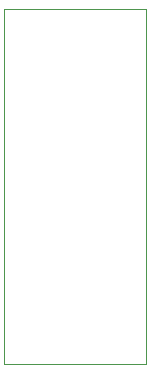
<source format=gbr>
%TF.GenerationSoftware,KiCad,Pcbnew,7.0.1*%
%TF.CreationDate,2024-02-21T11:36:48-08:00*%
%TF.ProjectId,G305_lipo_PMIC,47333035-5f6c-4697-906f-5f504d49432e,rev?*%
%TF.SameCoordinates,Original*%
%TF.FileFunction,Profile,NP*%
%FSLAX46Y46*%
G04 Gerber Fmt 4.6, Leading zero omitted, Abs format (unit mm)*
G04 Created by KiCad (PCBNEW 7.0.1) date 2024-02-21 11:36:48*
%MOMM*%
%LPD*%
G01*
G04 APERTURE LIST*
%TA.AperFunction,Profile*%
%ADD10C,0.100000*%
%TD*%
G04 APERTURE END LIST*
D10*
X112000000Y-70000000D02*
X100000000Y-70000000D01*
X112000000Y-100000000D02*
X112000000Y-70000000D01*
X100000000Y-70000000D02*
X100000000Y-100000000D01*
X100000000Y-100000000D02*
X112000000Y-100000000D01*
M02*

</source>
